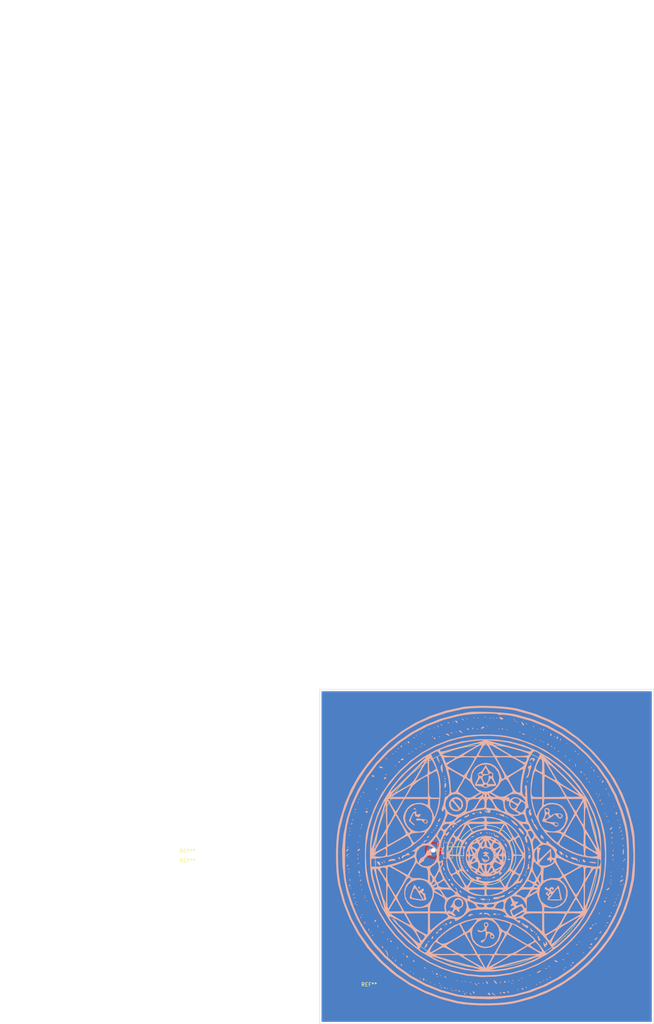
<source format=kicad_pcb>
(kicad_pcb (version 20171130) (host pcbnew 5.0.0)
  (layers (0 F.Cu signal) (31 B.Cu signal) (34 B.Paste user) (35 F.Paste user) (36 B.SilkS user) (37 F.SilkS user) (38 B.Mask user) (39 F.Mask user) (44 Edge.Cuts user))
  (net 0 "")
  (module CysatAntenna:PatchAntenna (layer F.Cu) (at 124.46 96.52)
    (fp_text reference REF** (at -31.496 34.798) (layer F.SilkS))
    (fp_text value PatchAntenna)
    (pad 2 smd circle (at 0 0) (size 80 80) (layers F.Cu F.Paste F.Mask))
  )
  (module Wire_Pads:SolderWirePad_single_1-2mmDrill (layer F.Cu) (at 110.236 95.25)
    (fp_text reference REF** (at -66.167 2.794) (layer F.SilkS))
    (fp_text value SolderWirePad_single_1-2mmDrill)
    (pad 1 thru_hole circle (at 0 0) (size 3.50012 3.50012) (drill 1.19888) (layers *.Cu *.Mask))
  )
  (module AntennaPcb:Alchemy (layer B.Cu) (at 124.3076 96.6724)
    (fp_text reference G*** hide)
    (fp_text value LOGO hide)
  )
  (module Connectors_TestPoints:Test_Point_Keystone_5019_Minature (layer B.Cu) (at 114.173 95.25 270)
    (fp_text reference REF** (at 0 2.25 270) (layer B.SilkS) (effects (justify mirror)))
    (fp_text value Test_Point_Keystone_5019_Minature)
    (pad 1 smd rect (at 0 0 270) (size 3.8 2) (layers B.Cu B.Paste B.Mask))
  )
  (module Connectors_TestPoints:Test_Point_Keystone_5019_Minature (layer F.Cu) (at 116.3066 95.4786)
    (fp_text reference REF** (at -72.263 -0.0254) (layer F.SilkS))
    (fp_text value Test_Point_Keystone_5019_Minature)
    (pad 1 smd rect (at 0 0) (size 3.8 2) (layers B.Cu F.Paste F.Mask))
  )
  (gr_circle (center 124.46 96.52) (end 116.459 96.393) (layer F.SilkS) (width 0.15))
  (gr_line (start 169.60152 141.913524) (end 169.60152 51.910482) (layer Edge.Cuts) (width 0.1))
  (gr_line (start 79.598478 141.913524) (end 169.60152 141.913524) (layer Edge.Cuts) (width 0.1))
  (gr_line (start 169.60152 51.910482) (end 79.598478 51.910482) (layer Edge.Cuts) (width 0.1))
  (gr_line (start 79.598478 51.910482) (end 79.598478 141.913524) (layer Edge.Cuts) (width 0.1))
  (gr_circle (center 124.600042 96.91197) (end 154.600042 96.91197) (layer F.SilkS) (width 0.1))
  (zone (net 0) (net_name "") (layer B.Cu) (connect_pads (clearance 0.508)) (min_thickness 0.254) (fill yes (arc_segments 16) (thermal_gap 0.508) (thermal_bridge_width 0.508))
    (polygon (pts (xy 169.545 141.859) (xy 79.629 141.859) (xy 79.629 51.943) (xy 169.545 51.943)))
  )
)
</source>
